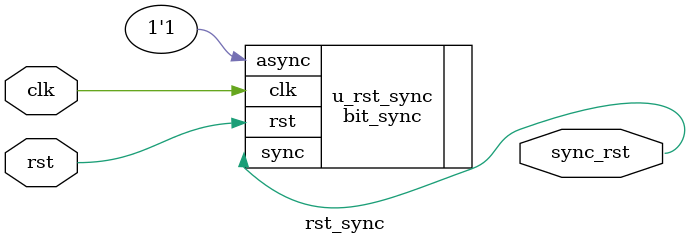
<source format=v>
module rst_sync #(parameter NUM_STAGES=2, BUS_WIDTH=1)
(   
	input wire clk, rst,
	output wire sync_rst
);

bit_sync #(.NUM_STAGES(NUM_STAGES), .BUS_WIDTH(BUS_WIDTH)) u_rst_sync (
	.clk(clk),
	.rst(rst),
	.async(1'b1),
	.sync(sync_rst)
);

endmodule
</source>
